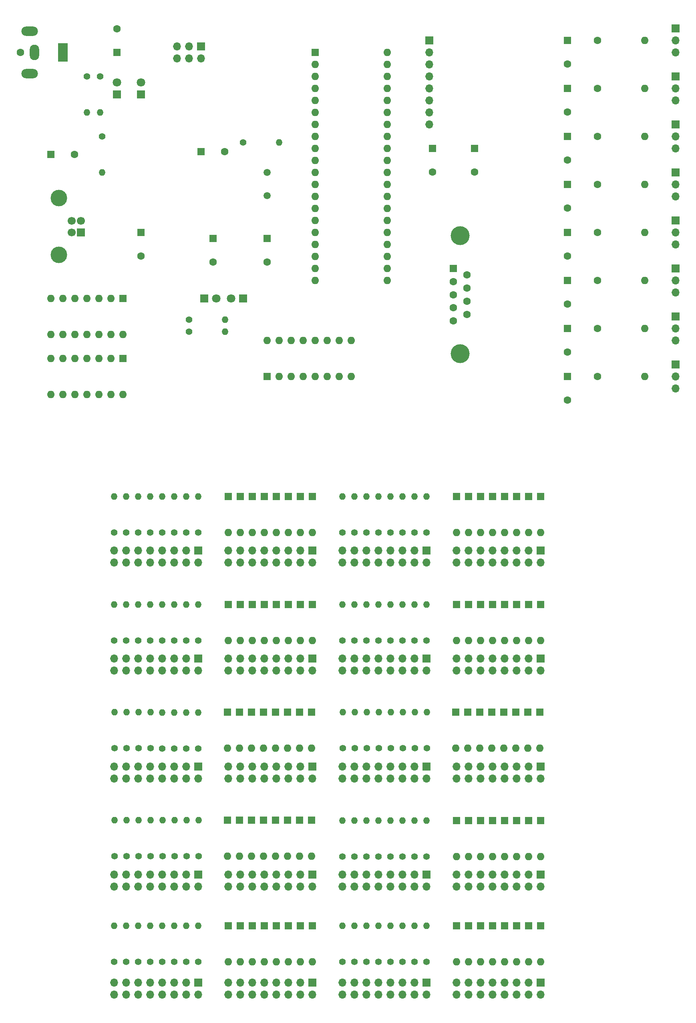
<source format=gbr>
%TF.GenerationSoftware,KiCad,Pcbnew,5.1.5+dfsg1-2build2*%
%TF.CreationDate,2021-10-31T16:16:40-04:00*%
%TF.ProjectId,PCB_LeftPanel,5043425f-4c65-4667-9450-616e656c2e6b,1*%
%TF.SameCoordinates,Original*%
%TF.FileFunction,Soldermask,Bot*%
%TF.FilePolarity,Negative*%
%FSLAX46Y46*%
G04 Gerber Fmt 4.6, Leading zero omitted, Abs format (unit mm)*
G04 Created by KiCad (PCBNEW 5.1.5+dfsg1-2build2) date 2021-10-31 16:16:40*
%MOMM*%
%LPD*%
G04 APERTURE LIST*
%ADD10C,4.000000*%
%ADD11C,1.600000*%
%ADD12R,1.600000X1.600000*%
%ADD13O,1.600000X1.600000*%
%ADD14O,1.700000X1.700000*%
%ADD15R,1.700000X1.700000*%
%ADD16C,1.500000*%
%ADD17O,1.400000X1.400000*%
%ADD18C,1.400000*%
%ADD19O,3.500000X2.000000*%
%ADD20O,2.000000X3.300000*%
%ADD21R,2.000000X4.000000*%
%ADD22C,3.500000*%
%ADD23C,1.700000*%
%ADD24C,1.800000*%
%ADD25R,1.800000X1.800000*%
G04 APERTURE END LIST*
D10*
%TO.C,J32*%
X124610000Y-67970000D03*
X124610000Y-92970000D03*
D11*
X126030000Y-84625000D03*
X126030000Y-81855000D03*
X126030000Y-79085000D03*
X126030000Y-76315000D03*
X123190000Y-86010000D03*
X123190000Y-83240000D03*
X123190000Y-80470000D03*
X123190000Y-77700000D03*
D12*
X123190000Y-74930000D03*
%TD*%
D13*
%TO.C,U1*%
X109220000Y-29210000D03*
X93980000Y-77470000D03*
X109220000Y-31750000D03*
X93980000Y-74930000D03*
X109220000Y-34290000D03*
X93980000Y-72390000D03*
X109220000Y-36830000D03*
X93980000Y-69850000D03*
X109220000Y-39370000D03*
X93980000Y-67310000D03*
X109220000Y-41910000D03*
X93980000Y-64770000D03*
X109220000Y-44450000D03*
X93980000Y-62230000D03*
X109220000Y-46990000D03*
X93980000Y-59690000D03*
X109220000Y-49530000D03*
X93980000Y-57150000D03*
X109220000Y-52070000D03*
X93980000Y-54610000D03*
X109220000Y-54610000D03*
X93980000Y-52070000D03*
X109220000Y-57150000D03*
X93980000Y-49530000D03*
X109220000Y-59690000D03*
X93980000Y-46990000D03*
X109220000Y-62230000D03*
X93980000Y-44450000D03*
X109220000Y-64770000D03*
X93980000Y-41910000D03*
X109220000Y-67310000D03*
X93980000Y-39370000D03*
X109220000Y-69850000D03*
X93980000Y-36830000D03*
X109220000Y-72390000D03*
X93980000Y-34290000D03*
X109220000Y-74930000D03*
X93980000Y-31750000D03*
X109220000Y-77470000D03*
D12*
X93980000Y-29210000D03*
%TD*%
D13*
%TO.C,U5*%
X53340000Y-88900000D03*
X38100000Y-81280000D03*
X50800000Y-88900000D03*
X40640000Y-81280000D03*
X48260000Y-88900000D03*
X43180000Y-81280000D03*
X45720000Y-88900000D03*
X45720000Y-81280000D03*
X43180000Y-88900000D03*
X48260000Y-81280000D03*
X40640000Y-88900000D03*
X50800000Y-81280000D03*
X38100000Y-88900000D03*
D12*
X53340000Y-81280000D03*
%TD*%
D13*
%TO.C,U4*%
X53340000Y-101600000D03*
X38100000Y-93980000D03*
X50800000Y-101600000D03*
X40640000Y-93980000D03*
X48260000Y-101600000D03*
X43180000Y-93980000D03*
X45720000Y-101600000D03*
X45720000Y-93980000D03*
X43180000Y-101600000D03*
X48260000Y-93980000D03*
X40640000Y-101600000D03*
X50800000Y-93980000D03*
X38100000Y-101600000D03*
D12*
X53340000Y-93980000D03*
%TD*%
D14*
%TO.C,J36*%
X118110000Y-44450000D03*
X118110000Y-41910000D03*
X118110000Y-39370000D03*
X118110000Y-36830000D03*
X118110000Y-34290000D03*
X118110000Y-31750000D03*
X118110000Y-29210000D03*
D15*
X118110000Y-26670000D03*
%TD*%
D14*
%TO.C,J2*%
X64770000Y-30480000D03*
X64770000Y-27940000D03*
X67310000Y-30480000D03*
X67310000Y-27940000D03*
X69850000Y-30480000D03*
D15*
X69850000Y-27940000D03*
%TD*%
D16*
%TO.C,Y1*%
X83820000Y-59490000D03*
X83820000Y-54610000D03*
%TD*%
D13*
%TO.C,U2*%
X83820000Y-90170000D03*
X101600000Y-97790000D03*
X86360000Y-90170000D03*
X99060000Y-97790000D03*
X88900000Y-90170000D03*
X96520000Y-97790000D03*
X91440000Y-90170000D03*
X93980000Y-97790000D03*
X93980000Y-90170000D03*
X91440000Y-97790000D03*
X96520000Y-90170000D03*
X88900000Y-97790000D03*
X99060000Y-90170000D03*
X86360000Y-97790000D03*
X101600000Y-90170000D03*
D12*
X83820000Y-97790000D03*
%TD*%
D17*
%TO.C,R86*%
X99695000Y-213995000D03*
D18*
X99695000Y-221615000D03*
%TD*%
D17*
%TO.C,R85*%
X102235000Y-213995000D03*
D18*
X102235000Y-221615000D03*
%TD*%
D17*
%TO.C,R84*%
X104775000Y-213995000D03*
D18*
X104775000Y-221615000D03*
%TD*%
D17*
%TO.C,R83*%
X107315000Y-213995000D03*
D18*
X107315000Y-221615000D03*
%TD*%
D17*
%TO.C,R82*%
X109855000Y-213995000D03*
D18*
X109855000Y-221615000D03*
%TD*%
D17*
%TO.C,R81*%
X112395000Y-213995000D03*
D18*
X112395000Y-221615000D03*
%TD*%
D17*
%TO.C,R80*%
X114935000Y-213995000D03*
D18*
X114935000Y-221615000D03*
%TD*%
D17*
%TO.C,R79*%
X117475000Y-213995000D03*
D18*
X117475000Y-221615000D03*
%TD*%
D17*
%TO.C,R78*%
X51435000Y-213995000D03*
D18*
X51435000Y-221615000D03*
%TD*%
D17*
%TO.C,R77*%
X53975000Y-213995000D03*
D18*
X53975000Y-221615000D03*
%TD*%
D17*
%TO.C,R76*%
X56515000Y-213995000D03*
D18*
X56515000Y-221615000D03*
%TD*%
D17*
%TO.C,R75*%
X59055000Y-213995000D03*
D18*
X59055000Y-221615000D03*
%TD*%
D17*
%TO.C,R74*%
X61595000Y-213995000D03*
D18*
X61595000Y-221615000D03*
%TD*%
D17*
%TO.C,R73*%
X64135000Y-213995000D03*
D18*
X64135000Y-221615000D03*
%TD*%
D17*
%TO.C,R72*%
X66675000Y-213995000D03*
D18*
X66675000Y-221615000D03*
%TD*%
D17*
%TO.C,R71*%
X69215000Y-213995000D03*
D18*
X69215000Y-221615000D03*
%TD*%
D17*
%TO.C,R70*%
X99695000Y-191770000D03*
D18*
X99695000Y-199390000D03*
%TD*%
D17*
%TO.C,R69*%
X102235000Y-191770000D03*
D18*
X102235000Y-199390000D03*
%TD*%
D17*
%TO.C,R68*%
X104775000Y-191770000D03*
D18*
X104775000Y-199390000D03*
%TD*%
D17*
%TO.C,R67*%
X107315000Y-191770000D03*
D18*
X107315000Y-199390000D03*
%TD*%
D17*
%TO.C,R66*%
X109855000Y-191770000D03*
D18*
X109855000Y-199390000D03*
%TD*%
D17*
%TO.C,R65*%
X112395000Y-191770000D03*
D18*
X112395000Y-199390000D03*
%TD*%
D17*
%TO.C,R64*%
X114935000Y-191770000D03*
D18*
X114935000Y-199390000D03*
%TD*%
D17*
%TO.C,R63*%
X117475000Y-191770000D03*
D18*
X117475000Y-199390000D03*
%TD*%
D17*
%TO.C,R62*%
X51562000Y-191643000D03*
D18*
X51562000Y-199263000D03*
%TD*%
D17*
%TO.C,R61*%
X54102000Y-191643000D03*
D18*
X54102000Y-199263000D03*
%TD*%
D17*
%TO.C,R60*%
X56642000Y-191643000D03*
D18*
X56642000Y-199263000D03*
%TD*%
D17*
%TO.C,R59*%
X59182000Y-191643000D03*
D18*
X59182000Y-199263000D03*
%TD*%
D17*
%TO.C,R58*%
X61722000Y-191643000D03*
D18*
X61722000Y-199263000D03*
%TD*%
D17*
%TO.C,R57*%
X64262000Y-191643000D03*
D18*
X64262000Y-199263000D03*
%TD*%
D17*
%TO.C,R56*%
X66802000Y-191643000D03*
D18*
X66802000Y-199263000D03*
%TD*%
D17*
%TO.C,R55*%
X69342000Y-191643000D03*
D18*
X69342000Y-199263000D03*
%TD*%
D17*
%TO.C,R54*%
X99822000Y-168783000D03*
D18*
X99822000Y-176403000D03*
%TD*%
D17*
%TO.C,R53*%
X102362000Y-168783000D03*
D18*
X102362000Y-176403000D03*
%TD*%
D17*
%TO.C,R52*%
X104902000Y-168783000D03*
D18*
X104902000Y-176403000D03*
%TD*%
D17*
%TO.C,R51*%
X107442000Y-168783000D03*
D18*
X107442000Y-176403000D03*
%TD*%
D17*
%TO.C,R50*%
X109982000Y-168783000D03*
D18*
X109982000Y-176403000D03*
%TD*%
D17*
%TO.C,R49*%
X112522000Y-168783000D03*
D18*
X112522000Y-176403000D03*
%TD*%
D17*
%TO.C,R48*%
X115062000Y-168783000D03*
D18*
X115062000Y-176403000D03*
%TD*%
D17*
%TO.C,R47*%
X117602000Y-168783000D03*
D18*
X117602000Y-176403000D03*
%TD*%
D17*
%TO.C,R46*%
X51562000Y-168783000D03*
D18*
X51562000Y-176403000D03*
%TD*%
D17*
%TO.C,R45*%
X54102000Y-168783000D03*
D18*
X54102000Y-176403000D03*
%TD*%
D17*
%TO.C,R44*%
X56642000Y-168783000D03*
D18*
X56642000Y-176403000D03*
%TD*%
D17*
%TO.C,R43*%
X59182000Y-168783000D03*
D18*
X59182000Y-176403000D03*
%TD*%
D17*
%TO.C,R42*%
X61595000Y-168910000D03*
D18*
X61595000Y-176530000D03*
%TD*%
D17*
%TO.C,R41*%
X64135000Y-168910000D03*
D18*
X64135000Y-176530000D03*
%TD*%
D17*
%TO.C,R40*%
X66675000Y-168910000D03*
D18*
X66675000Y-176530000D03*
%TD*%
D17*
%TO.C,R39*%
X69215000Y-168910000D03*
D18*
X69215000Y-176530000D03*
%TD*%
D17*
%TO.C,R38*%
X99695000Y-146050000D03*
D18*
X99695000Y-153670000D03*
%TD*%
D17*
%TO.C,R37*%
X102235000Y-146050000D03*
D18*
X102235000Y-153670000D03*
%TD*%
D17*
%TO.C,R36*%
X104775000Y-146050000D03*
D18*
X104775000Y-153670000D03*
%TD*%
D17*
%TO.C,R35*%
X107315000Y-146050000D03*
D18*
X107315000Y-153670000D03*
%TD*%
D17*
%TO.C,R34*%
X109855000Y-146050000D03*
D18*
X109855000Y-153670000D03*
%TD*%
D17*
%TO.C,R33*%
X112395000Y-146050000D03*
D18*
X112395000Y-153670000D03*
%TD*%
D17*
%TO.C,R32*%
X114935000Y-146050000D03*
D18*
X114935000Y-153670000D03*
%TD*%
D17*
%TO.C,R31*%
X117475000Y-146050000D03*
D18*
X117475000Y-153670000D03*
%TD*%
D17*
%TO.C,R30*%
X51435000Y-146050000D03*
D18*
X51435000Y-153670000D03*
%TD*%
D17*
%TO.C,R29*%
X53975000Y-146050000D03*
D18*
X53975000Y-153670000D03*
%TD*%
D17*
%TO.C,R28*%
X56515000Y-146050000D03*
D18*
X56515000Y-153670000D03*
%TD*%
D17*
%TO.C,R27*%
X59055000Y-146050000D03*
D18*
X59055000Y-153670000D03*
%TD*%
D17*
%TO.C,R26*%
X61595000Y-146050000D03*
D18*
X61595000Y-153670000D03*
%TD*%
D17*
%TO.C,R25*%
X64135000Y-146050000D03*
D18*
X64135000Y-153670000D03*
%TD*%
D17*
%TO.C,R24*%
X66675000Y-146050000D03*
D18*
X66675000Y-153670000D03*
%TD*%
D17*
%TO.C,R23*%
X69215000Y-146050000D03*
D18*
X69215000Y-153670000D03*
%TD*%
D17*
%TO.C,R22*%
X99695000Y-123190000D03*
D18*
X99695000Y-130810000D03*
%TD*%
D17*
%TO.C,R21*%
X102235000Y-123190000D03*
D18*
X102235000Y-130810000D03*
%TD*%
D17*
%TO.C,R20*%
X104775000Y-123190000D03*
D18*
X104775000Y-130810000D03*
%TD*%
D17*
%TO.C,R19*%
X107315000Y-123190000D03*
D18*
X107315000Y-130810000D03*
%TD*%
D17*
%TO.C,R18*%
X109855000Y-123190000D03*
D18*
X109855000Y-130810000D03*
%TD*%
D17*
%TO.C,R17*%
X112395000Y-123190000D03*
D18*
X112395000Y-130810000D03*
%TD*%
D17*
%TO.C,R16*%
X114935000Y-123190000D03*
D18*
X114935000Y-130810000D03*
%TD*%
D17*
%TO.C,R15*%
X117475000Y-123190000D03*
D18*
X117475000Y-130810000D03*
%TD*%
D17*
%TO.C,R14*%
X51435000Y-123190000D03*
D18*
X51435000Y-130810000D03*
%TD*%
D17*
%TO.C,R13*%
X53975000Y-123190000D03*
D18*
X53975000Y-130810000D03*
%TD*%
D17*
%TO.C,R12*%
X56515000Y-123190000D03*
D18*
X56515000Y-130810000D03*
%TD*%
D17*
%TO.C,R11*%
X59055000Y-123190000D03*
D18*
X59055000Y-130810000D03*
%TD*%
D17*
%TO.C,R10*%
X61595000Y-123190000D03*
D18*
X61595000Y-130810000D03*
%TD*%
D17*
%TO.C,R9*%
X64135000Y-123190000D03*
D18*
X64135000Y-130810000D03*
%TD*%
D17*
%TO.C,R8*%
X66675000Y-123190000D03*
D18*
X66675000Y-130810000D03*
%TD*%
D17*
%TO.C,R7*%
X69215000Y-123190000D03*
D18*
X69215000Y-130810000D03*
%TD*%
D17*
%TO.C,R6*%
X74930000Y-85725000D03*
D18*
X67310000Y-85725000D03*
%TD*%
D17*
%TO.C,R5*%
X86360000Y-48260000D03*
D18*
X78740000Y-48260000D03*
%TD*%
D17*
%TO.C,R4*%
X74930000Y-88265000D03*
D18*
X67310000Y-88265000D03*
%TD*%
D17*
%TO.C,R3*%
X48895000Y-54610000D03*
D18*
X48895000Y-46990000D03*
%TD*%
D17*
%TO.C,R2*%
X45720000Y-41910000D03*
D18*
X45720000Y-34290000D03*
%TD*%
D17*
%TO.C,R1*%
X48470000Y-41910000D03*
D18*
X48470000Y-34290000D03*
%TD*%
D13*
%TO.C,L8*%
X163670000Y-97790000D03*
D11*
X153670000Y-97790000D03*
%TD*%
D13*
%TO.C,L7*%
X163670000Y-87630000D03*
D11*
X153670000Y-87630000D03*
%TD*%
D13*
%TO.C,L6*%
X163670000Y-77470000D03*
D11*
X153670000Y-77470000D03*
%TD*%
D13*
%TO.C,L5*%
X163670000Y-67310000D03*
D11*
X153670000Y-67310000D03*
%TD*%
D13*
%TO.C,L4*%
X163670000Y-57150000D03*
D11*
X153670000Y-57150000D03*
%TD*%
D13*
%TO.C,L3*%
X163670000Y-46990000D03*
D11*
X153670000Y-46990000D03*
%TD*%
D13*
%TO.C,L2*%
X163670000Y-36830000D03*
D11*
X153670000Y-36830000D03*
%TD*%
D13*
%TO.C,L1*%
X163670000Y-26670000D03*
D11*
X153670000Y-26670000D03*
%TD*%
D14*
%TO.C,J31*%
X170180000Y-100330000D03*
X170180000Y-97790000D03*
D15*
X170180000Y-95250000D03*
%TD*%
D14*
%TO.C,J30*%
X170180000Y-90170000D03*
X170180000Y-87630000D03*
D15*
X170180000Y-85090000D03*
%TD*%
D14*
%TO.C,J29*%
X170180000Y-80010000D03*
X170180000Y-77470000D03*
D15*
X170180000Y-74930000D03*
%TD*%
D14*
%TO.C,J28*%
X170180000Y-69850000D03*
X170180000Y-67310000D03*
D15*
X170180000Y-64770000D03*
%TD*%
D14*
%TO.C,J27*%
X170180000Y-59690000D03*
X170180000Y-57150000D03*
D15*
X170180000Y-54610000D03*
%TD*%
D14*
%TO.C,J26*%
X170180000Y-49530000D03*
X170180000Y-46990000D03*
D15*
X170180000Y-44450000D03*
%TD*%
D14*
%TO.C,J25*%
X170180000Y-39370000D03*
X170180000Y-36830000D03*
D15*
X170180000Y-34290000D03*
%TD*%
D14*
%TO.C,J24*%
X170180000Y-29210000D03*
X170180000Y-26670000D03*
D15*
X170180000Y-24130000D03*
%TD*%
D14*
%TO.C,J23*%
X123825000Y-228600000D03*
X123825000Y-226060000D03*
X126365000Y-228600000D03*
X126365000Y-226060000D03*
X128905000Y-228600000D03*
X128905000Y-226060000D03*
X131445000Y-228600000D03*
X131445000Y-226060000D03*
X133985000Y-228600000D03*
X133985000Y-226060000D03*
X136525000Y-228600000D03*
X136525000Y-226060000D03*
X139065000Y-228600000D03*
X139065000Y-226060000D03*
X141605000Y-228600000D03*
D15*
X141605000Y-226060000D03*
%TD*%
D14*
%TO.C,J22*%
X99695000Y-228600000D03*
X99695000Y-226060000D03*
X102235000Y-228600000D03*
X102235000Y-226060000D03*
X104775000Y-228600000D03*
X104775000Y-226060000D03*
X107315000Y-228600000D03*
X107315000Y-226060000D03*
X109855000Y-228600000D03*
X109855000Y-226060000D03*
X112395000Y-228600000D03*
X112395000Y-226060000D03*
X114935000Y-228600000D03*
X114935000Y-226060000D03*
X117475000Y-228600000D03*
D15*
X117475000Y-226060000D03*
%TD*%
D14*
%TO.C,J21*%
X75565000Y-228600000D03*
X75565000Y-226060000D03*
X78105000Y-228600000D03*
X78105000Y-226060000D03*
X80645000Y-228600000D03*
X80645000Y-226060000D03*
X83185000Y-228600000D03*
X83185000Y-226060000D03*
X85725000Y-228600000D03*
X85725000Y-226060000D03*
X88265000Y-228600000D03*
X88265000Y-226060000D03*
X90805000Y-228600000D03*
X90805000Y-226060000D03*
X93345000Y-228600000D03*
D15*
X93345000Y-226060000D03*
%TD*%
D14*
%TO.C,J20*%
X51435000Y-228600000D03*
X51435000Y-226060000D03*
X53975000Y-228600000D03*
X53975000Y-226060000D03*
X56515000Y-228600000D03*
X56515000Y-226060000D03*
X59055000Y-228600000D03*
X59055000Y-226060000D03*
X61595000Y-228600000D03*
X61595000Y-226060000D03*
X64135000Y-228600000D03*
X64135000Y-226060000D03*
X66675000Y-228600000D03*
X66675000Y-226060000D03*
X69215000Y-228600000D03*
D15*
X69215000Y-226060000D03*
%TD*%
D14*
%TO.C,J19*%
X123825000Y-205740000D03*
X123825000Y-203200000D03*
X126365000Y-205740000D03*
X126365000Y-203200000D03*
X128905000Y-205740000D03*
X128905000Y-203200000D03*
X131445000Y-205740000D03*
X131445000Y-203200000D03*
X133985000Y-205740000D03*
X133985000Y-203200000D03*
X136525000Y-205740000D03*
X136525000Y-203200000D03*
X139065000Y-205740000D03*
X139065000Y-203200000D03*
X141605000Y-205740000D03*
D15*
X141605000Y-203200000D03*
%TD*%
D14*
%TO.C,J18*%
X99695000Y-205740000D03*
X99695000Y-203200000D03*
X102235000Y-205740000D03*
X102235000Y-203200000D03*
X104775000Y-205740000D03*
X104775000Y-203200000D03*
X107315000Y-205740000D03*
X107315000Y-203200000D03*
X109855000Y-205740000D03*
X109855000Y-203200000D03*
X112395000Y-205740000D03*
X112395000Y-203200000D03*
X114935000Y-205740000D03*
X114935000Y-203200000D03*
X117475000Y-205740000D03*
D15*
X117475000Y-203200000D03*
%TD*%
D14*
%TO.C,J17*%
X75565000Y-205740000D03*
X75565000Y-203200000D03*
X78105000Y-205740000D03*
X78105000Y-203200000D03*
X80645000Y-205740000D03*
X80645000Y-203200000D03*
X83185000Y-205740000D03*
X83185000Y-203200000D03*
X85725000Y-205740000D03*
X85725000Y-203200000D03*
X88265000Y-205740000D03*
X88265000Y-203200000D03*
X90805000Y-205740000D03*
X90805000Y-203200000D03*
X93345000Y-205740000D03*
D15*
X93345000Y-203200000D03*
%TD*%
D14*
%TO.C,J16*%
X51435000Y-205740000D03*
X51435000Y-203200000D03*
X53975000Y-205740000D03*
X53975000Y-203200000D03*
X56515000Y-205740000D03*
X56515000Y-203200000D03*
X59055000Y-205740000D03*
X59055000Y-203200000D03*
X61595000Y-205740000D03*
X61595000Y-203200000D03*
X64135000Y-205740000D03*
X64135000Y-203200000D03*
X66675000Y-205740000D03*
X66675000Y-203200000D03*
X69215000Y-205740000D03*
D15*
X69215000Y-203200000D03*
%TD*%
D14*
%TO.C,J15*%
X123825000Y-182880000D03*
X123825000Y-180340000D03*
X126365000Y-182880000D03*
X126365000Y-180340000D03*
X128905000Y-182880000D03*
X128905000Y-180340000D03*
X131445000Y-182880000D03*
X131445000Y-180340000D03*
X133985000Y-182880000D03*
X133985000Y-180340000D03*
X136525000Y-182880000D03*
X136525000Y-180340000D03*
X139065000Y-182880000D03*
X139065000Y-180340000D03*
X141605000Y-182880000D03*
D15*
X141605000Y-180340000D03*
%TD*%
D14*
%TO.C,J14*%
X99695000Y-182880000D03*
X99695000Y-180340000D03*
X102235000Y-182880000D03*
X102235000Y-180340000D03*
X104775000Y-182880000D03*
X104775000Y-180340000D03*
X107315000Y-182880000D03*
X107315000Y-180340000D03*
X109855000Y-182880000D03*
X109855000Y-180340000D03*
X112395000Y-182880000D03*
X112395000Y-180340000D03*
X114935000Y-182880000D03*
X114935000Y-180340000D03*
X117475000Y-182880000D03*
D15*
X117475000Y-180340000D03*
%TD*%
D14*
%TO.C,J13*%
X75565000Y-182880000D03*
X75565000Y-180340000D03*
X78105000Y-182880000D03*
X78105000Y-180340000D03*
X80645000Y-182880000D03*
X80645000Y-180340000D03*
X83185000Y-182880000D03*
X83185000Y-180340000D03*
X85725000Y-182880000D03*
X85725000Y-180340000D03*
X88265000Y-182880000D03*
X88265000Y-180340000D03*
X90805000Y-182880000D03*
X90805000Y-180340000D03*
X93345000Y-182880000D03*
D15*
X93345000Y-180340000D03*
%TD*%
D14*
%TO.C,J12*%
X51435000Y-182880000D03*
X51435000Y-180340000D03*
X53975000Y-182880000D03*
X53975000Y-180340000D03*
X56515000Y-182880000D03*
X56515000Y-180340000D03*
X59055000Y-182880000D03*
X59055000Y-180340000D03*
X61595000Y-182880000D03*
X61595000Y-180340000D03*
X64135000Y-182880000D03*
X64135000Y-180340000D03*
X66675000Y-182880000D03*
X66675000Y-180340000D03*
X69215000Y-182880000D03*
D15*
X69215000Y-180340000D03*
%TD*%
D14*
%TO.C,J11*%
X123825000Y-160020000D03*
X123825000Y-157480000D03*
X126365000Y-160020000D03*
X126365000Y-157480000D03*
X128905000Y-160020000D03*
X128905000Y-157480000D03*
X131445000Y-160020000D03*
X131445000Y-157480000D03*
X133985000Y-160020000D03*
X133985000Y-157480000D03*
X136525000Y-160020000D03*
X136525000Y-157480000D03*
X139065000Y-160020000D03*
X139065000Y-157480000D03*
X141605000Y-160020000D03*
D15*
X141605000Y-157480000D03*
%TD*%
D14*
%TO.C,J10*%
X99695000Y-160020000D03*
X99695000Y-157480000D03*
X102235000Y-160020000D03*
X102235000Y-157480000D03*
X104775000Y-160020000D03*
X104775000Y-157480000D03*
X107315000Y-160020000D03*
X107315000Y-157480000D03*
X109855000Y-160020000D03*
X109855000Y-157480000D03*
X112395000Y-160020000D03*
X112395000Y-157480000D03*
X114935000Y-160020000D03*
X114935000Y-157480000D03*
X117475000Y-160020000D03*
D15*
X117475000Y-157480000D03*
%TD*%
D14*
%TO.C,J9*%
X75565000Y-160020000D03*
X75565000Y-157480000D03*
X78105000Y-160020000D03*
X78105000Y-157480000D03*
X80645000Y-160020000D03*
X80645000Y-157480000D03*
X83185000Y-160020000D03*
X83185000Y-157480000D03*
X85725000Y-160020000D03*
X85725000Y-157480000D03*
X88265000Y-160020000D03*
X88265000Y-157480000D03*
X90805000Y-160020000D03*
X90805000Y-157480000D03*
X93345000Y-160020000D03*
D15*
X93345000Y-157480000D03*
%TD*%
D14*
%TO.C,J8*%
X51435000Y-160020000D03*
X51435000Y-157480000D03*
X53975000Y-160020000D03*
X53975000Y-157480000D03*
X56515000Y-160020000D03*
X56515000Y-157480000D03*
X59055000Y-160020000D03*
X59055000Y-157480000D03*
X61595000Y-160020000D03*
X61595000Y-157480000D03*
X64135000Y-160020000D03*
X64135000Y-157480000D03*
X66675000Y-160020000D03*
X66675000Y-157480000D03*
X69215000Y-160020000D03*
D15*
X69215000Y-157480000D03*
%TD*%
D14*
%TO.C,J7*%
X123825000Y-137160000D03*
X123825000Y-134620000D03*
X126365000Y-137160000D03*
X126365000Y-134620000D03*
X128905000Y-137160000D03*
X128905000Y-134620000D03*
X131445000Y-137160000D03*
X131445000Y-134620000D03*
X133985000Y-137160000D03*
X133985000Y-134620000D03*
X136525000Y-137160000D03*
X136525000Y-134620000D03*
X139065000Y-137160000D03*
X139065000Y-134620000D03*
X141605000Y-137160000D03*
D15*
X141605000Y-134620000D03*
%TD*%
D14*
%TO.C,J6*%
X99695000Y-137160000D03*
X99695000Y-134620000D03*
X102235000Y-137160000D03*
X102235000Y-134620000D03*
X104775000Y-137160000D03*
X104775000Y-134620000D03*
X107315000Y-137160000D03*
X107315000Y-134620000D03*
X109855000Y-137160000D03*
X109855000Y-134620000D03*
X112395000Y-137160000D03*
X112395000Y-134620000D03*
X114935000Y-137160000D03*
X114935000Y-134620000D03*
X117475000Y-137160000D03*
D15*
X117475000Y-134620000D03*
%TD*%
D14*
%TO.C,J5*%
X75565000Y-137160000D03*
X75565000Y-134620000D03*
X78105000Y-137160000D03*
X78105000Y-134620000D03*
X80645000Y-137160000D03*
X80645000Y-134620000D03*
X83185000Y-137160000D03*
X83185000Y-134620000D03*
X85725000Y-137160000D03*
X85725000Y-134620000D03*
X88265000Y-137160000D03*
X88265000Y-134620000D03*
X90805000Y-137160000D03*
X90805000Y-134620000D03*
X93345000Y-137160000D03*
D15*
X93345000Y-134620000D03*
%TD*%
D14*
%TO.C,J4*%
X51435000Y-137160000D03*
X51435000Y-134620000D03*
X53975000Y-137160000D03*
X53975000Y-134620000D03*
X56515000Y-137160000D03*
X56515000Y-134620000D03*
X59055000Y-137160000D03*
X59055000Y-134620000D03*
X61595000Y-137160000D03*
X61595000Y-134620000D03*
X64135000Y-137160000D03*
X64135000Y-134620000D03*
X66675000Y-137160000D03*
X66675000Y-134620000D03*
X69215000Y-137160000D03*
D15*
X69215000Y-134620000D03*
%TD*%
D11*
%TO.C,J3*%
X31640000Y-29210000D03*
D19*
X33640000Y-33710000D03*
X33640000Y-24710000D03*
D20*
X34640000Y-29210000D03*
D21*
X40640000Y-29210000D03*
%TD*%
D22*
%TO.C,J1*%
X39740000Y-60040000D03*
X39740000Y-72080000D03*
D23*
X42450000Y-67310000D03*
X42450000Y-64810000D03*
X44450000Y-64810000D03*
D15*
X44450000Y-67310000D03*
%TD*%
D13*
%TO.C,D86*%
X123825000Y-221615000D03*
D12*
X123825000Y-213995000D03*
%TD*%
D13*
%TO.C,D85*%
X126365000Y-221615000D03*
D12*
X126365000Y-213995000D03*
%TD*%
D13*
%TO.C,D84*%
X128905000Y-221615000D03*
D12*
X128905000Y-213995000D03*
%TD*%
D13*
%TO.C,D83*%
X131445000Y-221615000D03*
D12*
X131445000Y-213995000D03*
%TD*%
D13*
%TO.C,D82*%
X133985000Y-221615000D03*
D12*
X133985000Y-213995000D03*
%TD*%
D13*
%TO.C,D81*%
X136525000Y-221615000D03*
D12*
X136525000Y-213995000D03*
%TD*%
D13*
%TO.C,D80*%
X139065000Y-221615000D03*
D12*
X139065000Y-213995000D03*
%TD*%
D13*
%TO.C,D79*%
X141605000Y-221615000D03*
D12*
X141605000Y-213995000D03*
%TD*%
D13*
%TO.C,D78*%
X75565000Y-221615000D03*
D12*
X75565000Y-213995000D03*
%TD*%
D13*
%TO.C,D77*%
X78105000Y-221615000D03*
D12*
X78105000Y-213995000D03*
%TD*%
D13*
%TO.C,D76*%
X80645000Y-221615000D03*
D12*
X80645000Y-213995000D03*
%TD*%
D13*
%TO.C,D75*%
X83185000Y-221615000D03*
D12*
X83185000Y-213995000D03*
%TD*%
D13*
%TO.C,D74*%
X85725000Y-221615000D03*
D12*
X85725000Y-213995000D03*
%TD*%
D13*
%TO.C,D73*%
X88265000Y-221615000D03*
D12*
X88265000Y-213995000D03*
%TD*%
D13*
%TO.C,D72*%
X90805000Y-221615000D03*
D12*
X90805000Y-213995000D03*
%TD*%
D13*
%TO.C,D71*%
X93345000Y-221615000D03*
D12*
X93345000Y-213995000D03*
%TD*%
D13*
%TO.C,D70*%
X123825000Y-199390000D03*
D12*
X123825000Y-191770000D03*
%TD*%
D13*
%TO.C,D69*%
X126365000Y-199390000D03*
D12*
X126365000Y-191770000D03*
%TD*%
D13*
%TO.C,D68*%
X128905000Y-199390000D03*
D12*
X128905000Y-191770000D03*
%TD*%
D13*
%TO.C,D67*%
X131445000Y-199390000D03*
D12*
X131445000Y-191770000D03*
%TD*%
D13*
%TO.C,D66*%
X133985000Y-199390000D03*
D12*
X133985000Y-191770000D03*
%TD*%
D13*
%TO.C,D65*%
X136525000Y-199390000D03*
D12*
X136525000Y-191770000D03*
%TD*%
D13*
%TO.C,D64*%
X139065000Y-199390000D03*
D12*
X139065000Y-191770000D03*
%TD*%
D13*
%TO.C,D63*%
X141605000Y-199390000D03*
D12*
X141605000Y-191770000D03*
%TD*%
D13*
%TO.C,D62*%
X75438000Y-199263000D03*
D12*
X75438000Y-191643000D03*
%TD*%
D13*
%TO.C,D61*%
X77978000Y-199263000D03*
D12*
X77978000Y-191643000D03*
%TD*%
D13*
%TO.C,D60*%
X80518000Y-199263000D03*
D12*
X80518000Y-191643000D03*
%TD*%
D13*
%TO.C,D59*%
X83058000Y-199263000D03*
D12*
X83058000Y-191643000D03*
%TD*%
D13*
%TO.C,D58*%
X85598000Y-199263000D03*
D12*
X85598000Y-191643000D03*
%TD*%
D13*
%TO.C,D57*%
X88138000Y-199263000D03*
D12*
X88138000Y-191643000D03*
%TD*%
D13*
%TO.C,D56*%
X90678000Y-199263000D03*
D12*
X90678000Y-191643000D03*
%TD*%
D13*
%TO.C,D55*%
X93218000Y-199263000D03*
D12*
X93218000Y-191643000D03*
%TD*%
D13*
%TO.C,D54*%
X123698000Y-176403000D03*
D12*
X123698000Y-168783000D03*
%TD*%
D13*
%TO.C,D53*%
X126238000Y-176403000D03*
D12*
X126238000Y-168783000D03*
%TD*%
D13*
%TO.C,D52*%
X128778000Y-176403000D03*
D12*
X128778000Y-168783000D03*
%TD*%
D13*
%TO.C,D51*%
X131318000Y-176403000D03*
D12*
X131318000Y-168783000D03*
%TD*%
D13*
%TO.C,D50*%
X133858000Y-176403000D03*
D12*
X133858000Y-168783000D03*
%TD*%
D13*
%TO.C,D49*%
X136398000Y-176403000D03*
D12*
X136398000Y-168783000D03*
%TD*%
D13*
%TO.C,D48*%
X138938000Y-176403000D03*
D12*
X138938000Y-168783000D03*
%TD*%
D13*
%TO.C,D47*%
X141478000Y-176403000D03*
D12*
X141478000Y-168783000D03*
%TD*%
D13*
%TO.C,D46*%
X75438000Y-176403000D03*
D12*
X75438000Y-168783000D03*
%TD*%
D13*
%TO.C,D45*%
X77978000Y-176403000D03*
D12*
X77978000Y-168783000D03*
%TD*%
D13*
%TO.C,D44*%
X80518000Y-176403000D03*
D12*
X80518000Y-168783000D03*
%TD*%
D13*
%TO.C,D43*%
X83058000Y-176403000D03*
D12*
X83058000Y-168783000D03*
%TD*%
D13*
%TO.C,D42*%
X85598000Y-176403000D03*
D12*
X85598000Y-168783000D03*
%TD*%
D13*
%TO.C,D41*%
X88138000Y-176403000D03*
D12*
X88138000Y-168783000D03*
%TD*%
D13*
%TO.C,D40*%
X90678000Y-176403000D03*
D12*
X90678000Y-168783000D03*
%TD*%
D13*
%TO.C,D39*%
X93218000Y-176403000D03*
D12*
X93218000Y-168783000D03*
%TD*%
D13*
%TO.C,D38*%
X123825000Y-153670000D03*
D12*
X123825000Y-146050000D03*
%TD*%
D13*
%TO.C,D37*%
X126365000Y-153670000D03*
D12*
X126365000Y-146050000D03*
%TD*%
D13*
%TO.C,D36*%
X128905000Y-153670000D03*
D12*
X128905000Y-146050000D03*
%TD*%
D13*
%TO.C,D35*%
X131445000Y-153670000D03*
D12*
X131445000Y-146050000D03*
%TD*%
D13*
%TO.C,D34*%
X133985000Y-153670000D03*
D12*
X133985000Y-146050000D03*
%TD*%
D13*
%TO.C,D33*%
X136525000Y-153670000D03*
D12*
X136525000Y-146050000D03*
%TD*%
D13*
%TO.C,D32*%
X139065000Y-153670000D03*
D12*
X139065000Y-146050000D03*
%TD*%
D13*
%TO.C,D31*%
X141605000Y-153670000D03*
D12*
X141605000Y-146050000D03*
%TD*%
D13*
%TO.C,D30*%
X75565000Y-153670000D03*
D12*
X75565000Y-146050000D03*
%TD*%
D13*
%TO.C,D29*%
X78105000Y-153670000D03*
D12*
X78105000Y-146050000D03*
%TD*%
D13*
%TO.C,D28*%
X80645000Y-153670000D03*
D12*
X80645000Y-146050000D03*
%TD*%
D13*
%TO.C,D27*%
X83185000Y-153670000D03*
D12*
X83185000Y-146050000D03*
%TD*%
D13*
%TO.C,D26*%
X85725000Y-153670000D03*
D12*
X85725000Y-146050000D03*
%TD*%
D13*
%TO.C,D25*%
X88265000Y-153670000D03*
D12*
X88265000Y-146050000D03*
%TD*%
D13*
%TO.C,D24*%
X90805000Y-153670000D03*
D12*
X90805000Y-146050000D03*
%TD*%
D13*
%TO.C,D23*%
X93345000Y-153670000D03*
D12*
X93345000Y-146050000D03*
%TD*%
D13*
%TO.C,D22*%
X123825000Y-130810000D03*
D12*
X123825000Y-123190000D03*
%TD*%
D13*
%TO.C,D21*%
X126365000Y-130810000D03*
D12*
X126365000Y-123190000D03*
%TD*%
D13*
%TO.C,D20*%
X128905000Y-130810000D03*
D12*
X128905000Y-123190000D03*
%TD*%
D13*
%TO.C,D19*%
X131445000Y-130810000D03*
D12*
X131445000Y-123190000D03*
%TD*%
D13*
%TO.C,D18*%
X133985000Y-130810000D03*
D12*
X133985000Y-123190000D03*
%TD*%
D13*
%TO.C,D17*%
X136525000Y-130810000D03*
D12*
X136525000Y-123190000D03*
%TD*%
D13*
%TO.C,D16*%
X139065000Y-130810000D03*
D12*
X139065000Y-123190000D03*
%TD*%
D13*
%TO.C,D15*%
X141605000Y-130810000D03*
D12*
X141605000Y-123190000D03*
%TD*%
D13*
%TO.C,D14*%
X75565000Y-130810000D03*
D12*
X75565000Y-123190000D03*
%TD*%
D13*
%TO.C,D13*%
X78105000Y-130810000D03*
D12*
X78105000Y-123190000D03*
%TD*%
D13*
%TO.C,D12*%
X80645000Y-130810000D03*
D12*
X80645000Y-123190000D03*
%TD*%
D13*
%TO.C,D11*%
X83185000Y-130810000D03*
D12*
X83185000Y-123190000D03*
%TD*%
D13*
%TO.C,D10*%
X85725000Y-130810000D03*
D12*
X85725000Y-123190000D03*
%TD*%
D13*
%TO.C,D9*%
X88265000Y-130810000D03*
D12*
X88265000Y-123190000D03*
%TD*%
D13*
%TO.C,D8*%
X90805000Y-130810000D03*
D12*
X90805000Y-123190000D03*
%TD*%
D13*
%TO.C,D7*%
X93345000Y-130810000D03*
D12*
X93345000Y-123190000D03*
%TD*%
D24*
%TO.C,D6*%
X73025000Y-81280000D03*
D25*
X70485000Y-81280000D03*
%TD*%
D24*
%TO.C,D5*%
X76200000Y-81280000D03*
D25*
X78740000Y-81280000D03*
%TD*%
D24*
%TO.C,D2*%
X57150000Y-35560000D03*
D25*
X57150000Y-38100000D03*
%TD*%
D24*
%TO.C,D1*%
X52070000Y-35560000D03*
D25*
X52070000Y-38100000D03*
%TD*%
D11*
%TO.C,C16*%
X147320000Y-102790000D03*
D12*
X147320000Y-97790000D03*
%TD*%
D11*
%TO.C,C15*%
X147320000Y-92630000D03*
D12*
X147320000Y-87630000D03*
%TD*%
D11*
%TO.C,C14*%
X147320000Y-82470000D03*
D12*
X147320000Y-77470000D03*
%TD*%
D11*
%TO.C,C13*%
X147320000Y-72310000D03*
D12*
X147320000Y-67310000D03*
%TD*%
D11*
%TO.C,C12*%
X147320000Y-62150000D03*
D12*
X147320000Y-57150000D03*
%TD*%
D11*
%TO.C,C11*%
X147320000Y-51990000D03*
D12*
X147320000Y-46990000D03*
%TD*%
D11*
%TO.C,C10*%
X147320000Y-41830000D03*
D12*
X147320000Y-36830000D03*
%TD*%
%TO.C,C9*%
X38100000Y-50800000D03*
D11*
X43100000Y-50800000D03*
%TD*%
%TO.C,C8*%
X57150000Y-72310000D03*
D12*
X57150000Y-67310000D03*
%TD*%
D11*
%TO.C,C7*%
X74850000Y-50165000D03*
D12*
X69850000Y-50165000D03*
%TD*%
D11*
%TO.C,C6*%
X118745000Y-54530000D03*
D12*
X118745000Y-49530000D03*
%TD*%
D11*
%TO.C,C5*%
X72390000Y-73580000D03*
D12*
X72390000Y-68580000D03*
%TD*%
D11*
%TO.C,C4*%
X83820000Y-73580000D03*
D12*
X83820000Y-68580000D03*
%TD*%
D11*
%TO.C,C3*%
X147320000Y-31670000D03*
D12*
X147320000Y-26670000D03*
%TD*%
D11*
%TO.C,C2*%
X52070000Y-24210000D03*
D12*
X52070000Y-29210000D03*
%TD*%
D11*
%TO.C,C1*%
X127635000Y-54530000D03*
D12*
X127635000Y-49530000D03*
%TD*%
M02*

</source>
